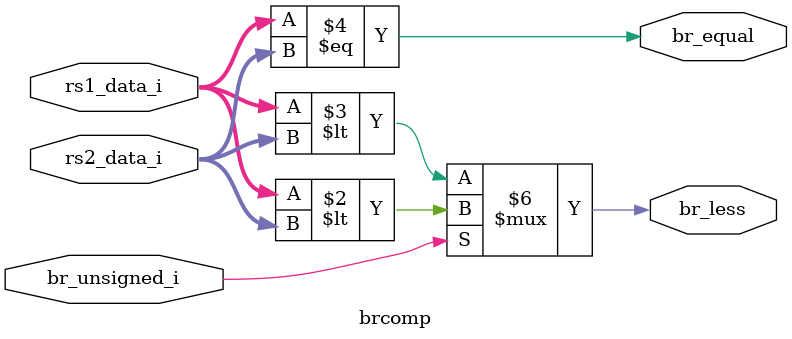
<source format=sv>

module brcomp(
    //input
    input   signed [31:0]  rs1_data_i,
    input   signed [31:0]  rs2_data_i,
    input   logic          br_unsigned_i,
    //output
    output  logic          br_less,
    output  logic          br_equal
);
    always_comb
        if (br_unsigned_i) begin
            br_less = ($unsigned(rs1_data_i) < $unsigned(rs2_data_i));
        end
        else br_less = (rs1_data_i < rs2_data_i);

    assign br_equal = (rs1_data_i == rs2_data_i);
endmodule

</source>
